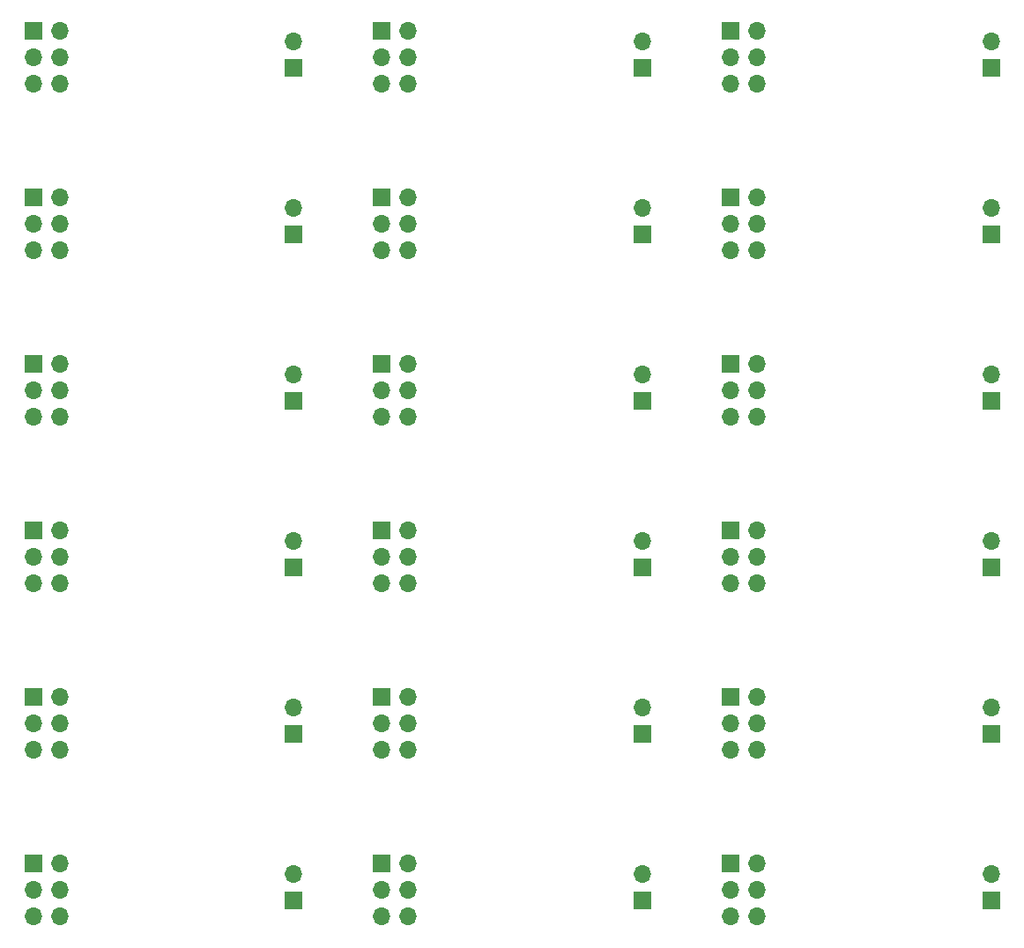
<source format=gbr>
%TF.GenerationSoftware,KiCad,Pcbnew,8.0.1*%
%TF.CreationDate,2024-04-28T15:40:34+08:00*%
%TF.ProjectId,pinban,70696e62-616e-42e6-9b69-6361645f7063,rev?*%
%TF.SameCoordinates,Original*%
%TF.FileFunction,Soldermask,Bot*%
%TF.FilePolarity,Negative*%
%FSLAX46Y46*%
G04 Gerber Fmt 4.6, Leading zero omitted, Abs format (unit mm)*
G04 Created by KiCad (PCBNEW 8.0.1) date 2024-04-28 15:40:34*
%MOMM*%
%LPD*%
G01*
G04 APERTURE LIST*
%ADD10R,1.700000X1.700000*%
%ADD11O,1.700000X1.700000*%
G04 APERTURE END LIST*
D10*
X154750000Y-117540000D03*
D11*
X154750000Y-115000000D03*
D10*
X129710000Y-114000000D03*
D11*
X132250000Y-114000000D03*
X129710000Y-116540000D03*
X132250000Y-116540000D03*
X129710000Y-119080000D03*
X132250000Y-119080000D03*
D10*
X121250000Y-117540000D03*
D11*
X121250000Y-115000000D03*
D10*
X96210000Y-114000000D03*
D11*
X98750000Y-114000000D03*
X96210000Y-116540000D03*
X98750000Y-116540000D03*
X96210000Y-119080000D03*
X98750000Y-119080000D03*
D10*
X87750000Y-117540000D03*
D11*
X87750000Y-115000000D03*
D10*
X62710000Y-114000000D03*
D11*
X65250000Y-114000000D03*
X62710000Y-116540000D03*
X65250000Y-116540000D03*
X62710000Y-119080000D03*
X65250000Y-119080000D03*
D10*
X154750000Y-101540000D03*
D11*
X154750000Y-99000000D03*
D10*
X129710000Y-98000000D03*
D11*
X132250000Y-98000000D03*
X129710000Y-100540000D03*
X132250000Y-100540000D03*
X129710000Y-103080000D03*
X132250000Y-103080000D03*
D10*
X121250000Y-101540000D03*
D11*
X121250000Y-99000000D03*
D10*
X96210000Y-98000000D03*
D11*
X98750000Y-98000000D03*
X96210000Y-100540000D03*
X98750000Y-100540000D03*
X96210000Y-103080000D03*
X98750000Y-103080000D03*
D10*
X87750000Y-101540000D03*
D11*
X87750000Y-99000000D03*
D10*
X62710000Y-98000000D03*
D11*
X65250000Y-98000000D03*
X62710000Y-100540000D03*
X65250000Y-100540000D03*
X62710000Y-103080000D03*
X65250000Y-103080000D03*
D10*
X154750000Y-85540000D03*
D11*
X154750000Y-83000000D03*
D10*
X129710000Y-82000000D03*
D11*
X132250000Y-82000000D03*
X129710000Y-84540000D03*
X132250000Y-84540000D03*
X129710000Y-87080000D03*
X132250000Y-87080000D03*
D10*
X121250000Y-85540000D03*
D11*
X121250000Y-83000000D03*
D10*
X96210000Y-82000000D03*
D11*
X98750000Y-82000000D03*
X96210000Y-84540000D03*
X98750000Y-84540000D03*
X96210000Y-87080000D03*
X98750000Y-87080000D03*
D10*
X87750000Y-85540000D03*
D11*
X87750000Y-83000000D03*
D10*
X62710000Y-82000000D03*
D11*
X65250000Y-82000000D03*
X62710000Y-84540000D03*
X65250000Y-84540000D03*
X62710000Y-87080000D03*
X65250000Y-87080000D03*
D10*
X154750000Y-69540000D03*
D11*
X154750000Y-67000000D03*
D10*
X129710000Y-66000000D03*
D11*
X132250000Y-66000000D03*
X129710000Y-68540000D03*
X132250000Y-68540000D03*
X129710000Y-71080000D03*
X132250000Y-71080000D03*
D10*
X121250000Y-69540000D03*
D11*
X121250000Y-67000000D03*
D10*
X96210000Y-66000000D03*
D11*
X98750000Y-66000000D03*
X96210000Y-68540000D03*
X98750000Y-68540000D03*
X96210000Y-71080000D03*
X98750000Y-71080000D03*
D10*
X87750000Y-69540000D03*
D11*
X87750000Y-67000000D03*
D10*
X62710000Y-66000000D03*
D11*
X65250000Y-66000000D03*
X62710000Y-68540000D03*
X65250000Y-68540000D03*
X62710000Y-71080000D03*
X65250000Y-71080000D03*
D10*
X154750000Y-53540000D03*
D11*
X154750000Y-51000000D03*
D10*
X129710000Y-50000000D03*
D11*
X132250000Y-50000000D03*
X129710000Y-52540000D03*
X132250000Y-52540000D03*
X129710000Y-55080000D03*
X132250000Y-55080000D03*
D10*
X121250000Y-53540000D03*
D11*
X121250000Y-51000000D03*
D10*
X96210000Y-50000000D03*
D11*
X98750000Y-50000000D03*
X96210000Y-52540000D03*
X98750000Y-52540000D03*
X96210000Y-55080000D03*
X98750000Y-55080000D03*
D10*
X87750000Y-53540000D03*
D11*
X87750000Y-51000000D03*
D10*
X62710000Y-50000000D03*
D11*
X65250000Y-50000000D03*
X62710000Y-52540000D03*
X65250000Y-52540000D03*
X62710000Y-55080000D03*
X65250000Y-55080000D03*
D10*
X154750000Y-37540000D03*
D11*
X154750000Y-35000000D03*
D10*
X129710000Y-34000000D03*
D11*
X132250000Y-34000000D03*
X129710000Y-36540000D03*
X132250000Y-36540000D03*
X129710000Y-39080000D03*
X132250000Y-39080000D03*
D10*
X121250000Y-37540000D03*
D11*
X121250000Y-35000000D03*
D10*
X96210000Y-34000000D03*
D11*
X98750000Y-34000000D03*
X96210000Y-36540000D03*
X98750000Y-36540000D03*
X96210000Y-39080000D03*
X98750000Y-39080000D03*
D10*
X62710000Y-34000000D03*
D11*
X65250000Y-34000000D03*
X62710000Y-36540000D03*
X65250000Y-36540000D03*
X62710000Y-39080000D03*
X65250000Y-39080000D03*
D10*
X87750000Y-37540000D03*
D11*
X87750000Y-35000000D03*
M02*

</source>
